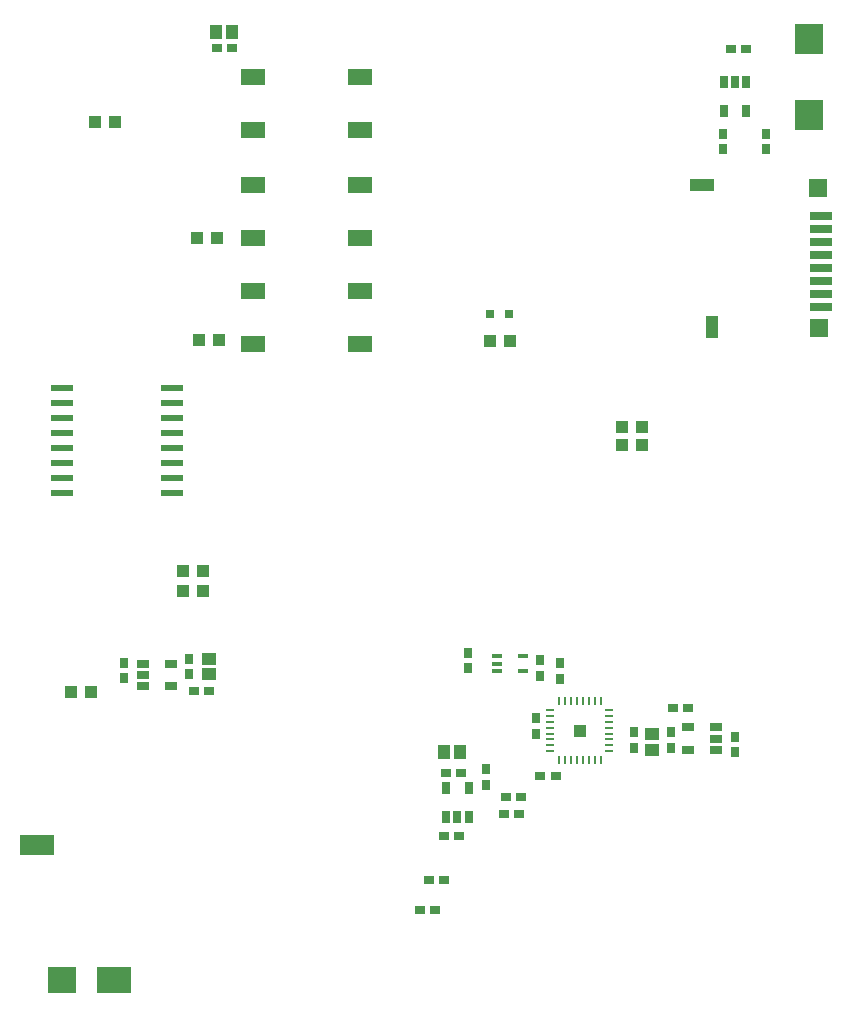
<source format=gtp>
G04*
G04 #@! TF.GenerationSoftware,Altium Limited,Altium Designer,21.9.2 (33)*
G04*
G04 Layer_Color=8421504*
%FSLAX25Y25*%
%MOIN*%
G70*
G04*
G04 #@! TF.SameCoordinates,2E303187-FE1F-4BD8-B44E-E95B7E70DBC6*
G04*
G04*
G04 #@! TF.FilePolarity,Positive*
G04*
G01*
G75*
%ADD16R,0.04331X0.03937*%
%ADD17R,0.03150X0.03150*%
%ADD18R,0.02756X0.03543*%
%ADD19R,0.03937X0.04331*%
%ADD20R,0.02559X0.04331*%
%ADD21R,0.07480X0.03150*%
%ADD22R,0.05906X0.05906*%
%ADD23R,0.07874X0.03937*%
%ADD24R,0.03937X0.07284*%
%ADD25R,0.09449X0.10236*%
%ADD26R,0.03543X0.01575*%
%ADD27R,0.03543X0.02756*%
%ADD28R,0.07795X0.02087*%
%ADD29R,0.09449X0.08858*%
%ADD30R,0.11417X0.08858*%
%ADD31R,0.11417X0.06890*%
%ADD32R,0.04000X0.05000*%
%ADD33R,0.05000X0.04000*%
%ADD34R,0.04331X0.02559*%
%ADD35R,0.08268X0.05512*%
%ADD36O,0.00787X0.02756*%
%ADD37O,0.02756X0.00787*%
%ADD38R,0.03937X0.03937*%
D16*
X166347Y213000D02*
D03*
X159653D02*
D03*
X20154Y96000D02*
D03*
X26847D02*
D03*
X34846Y286000D02*
D03*
X28153D02*
D03*
X68846Y247500D02*
D03*
X62154D02*
D03*
X69346Y213500D02*
D03*
X62653D02*
D03*
X210347Y178500D02*
D03*
X203654D02*
D03*
X203654Y184500D02*
D03*
X210347D02*
D03*
D17*
X159752Y222000D02*
D03*
X166248D02*
D03*
D18*
X251886Y276957D02*
D03*
Y282075D02*
D03*
X183000Y100441D02*
D03*
Y105559D02*
D03*
X152500Y109059D02*
D03*
Y103941D02*
D03*
X237386Y276957D02*
D03*
Y282075D02*
D03*
X176500Y106559D02*
D03*
Y101441D02*
D03*
X158358Y65146D02*
D03*
Y70264D02*
D03*
X175205Y82083D02*
D03*
Y87201D02*
D03*
X59500Y107059D02*
D03*
Y101941D02*
D03*
X37705Y105701D02*
D03*
Y100583D02*
D03*
X207654Y77472D02*
D03*
Y82590D02*
D03*
X220065Y77472D02*
D03*
Y82590D02*
D03*
X241500Y75941D02*
D03*
Y81059D02*
D03*
D19*
X57500Y136346D02*
D03*
Y129654D02*
D03*
X64000Y136346D02*
D03*
Y129654D02*
D03*
D20*
X145118Y63929D02*
D03*
X152598D02*
D03*
Y54480D02*
D03*
X148858D02*
D03*
X145118D02*
D03*
X245240Y289791D02*
D03*
X237760D02*
D03*
Y299240D02*
D03*
X241500D02*
D03*
X245240D02*
D03*
D21*
X270051Y254803D02*
D03*
Y250472D02*
D03*
Y246142D02*
D03*
Y241811D02*
D03*
Y237480D02*
D03*
Y233150D02*
D03*
Y228819D02*
D03*
Y224488D02*
D03*
D22*
X269500Y217500D02*
D03*
X269000Y264000D02*
D03*
D23*
X230532Y265000D02*
D03*
D24*
X233878Y217791D02*
D03*
D25*
X266000Y288402D02*
D03*
Y313598D02*
D03*
D26*
X162169Y108059D02*
D03*
Y105500D02*
D03*
Y102941D02*
D03*
X170831D02*
D03*
Y108059D02*
D03*
D27*
X240000Y310500D02*
D03*
X245118D02*
D03*
X164941Y61000D02*
D03*
X170059D02*
D03*
X164441Y55500D02*
D03*
X169559D02*
D03*
X144941Y69000D02*
D03*
X150059D02*
D03*
X144441Y48000D02*
D03*
X149559D02*
D03*
X181705Y68142D02*
D03*
X176587D02*
D03*
X225764Y90642D02*
D03*
X220646D02*
D03*
X139441Y33500D02*
D03*
X144559D02*
D03*
X136441Y23500D02*
D03*
X141559D02*
D03*
X73764Y310642D02*
D03*
X68646D02*
D03*
X60941Y96500D02*
D03*
X66059D02*
D03*
D28*
X17000Y197500D02*
D03*
Y192500D02*
D03*
Y187500D02*
D03*
Y182500D02*
D03*
Y177500D02*
D03*
Y172500D02*
D03*
Y167500D02*
D03*
Y162500D02*
D03*
X53890Y197500D02*
D03*
Y192500D02*
D03*
Y187500D02*
D03*
Y182500D02*
D03*
Y177500D02*
D03*
Y172500D02*
D03*
Y167500D02*
D03*
Y162500D02*
D03*
D29*
X17169Y-146D02*
D03*
D30*
X34492D02*
D03*
D31*
X8902Y45130D02*
D03*
D32*
X149650Y76000D02*
D03*
X144350D02*
D03*
X68555Y316142D02*
D03*
X73855D02*
D03*
D33*
X66000Y101850D02*
D03*
Y107150D02*
D03*
X213706Y82113D02*
D03*
Y76813D02*
D03*
D34*
X43980Y105382D02*
D03*
Y101642D02*
D03*
Y97902D02*
D03*
X53429D02*
D03*
Y105382D02*
D03*
X235224Y76760D02*
D03*
Y80500D02*
D03*
Y84240D02*
D03*
X225776D02*
D03*
Y76760D02*
D03*
D35*
X116532Y247425D02*
D03*
Y265142D02*
D03*
X80705Y247425D02*
D03*
Y265142D02*
D03*
X116532Y211925D02*
D03*
Y229642D02*
D03*
X80705Y211925D02*
D03*
Y229642D02*
D03*
X116532Y283425D02*
D03*
Y301142D02*
D03*
X80705Y283425D02*
D03*
Y301142D02*
D03*
D36*
X182815Y92984D02*
D03*
X184783D02*
D03*
X186752D02*
D03*
X188721D02*
D03*
X190689D02*
D03*
X192657D02*
D03*
X194626D02*
D03*
X196595D02*
D03*
Y73299D02*
D03*
X194626D02*
D03*
X192657D02*
D03*
X190689D02*
D03*
X188721D02*
D03*
X186752D02*
D03*
X184783D02*
D03*
X182815D02*
D03*
D37*
X199547Y90031D02*
D03*
Y88063D02*
D03*
Y86094D02*
D03*
Y84126D02*
D03*
Y82157D02*
D03*
Y80189D02*
D03*
Y78220D02*
D03*
Y76252D02*
D03*
X179862D02*
D03*
Y78220D02*
D03*
Y80189D02*
D03*
Y82157D02*
D03*
Y84126D02*
D03*
Y86094D02*
D03*
Y88063D02*
D03*
Y90031D02*
D03*
D38*
X189705Y83142D02*
D03*
M02*

</source>
